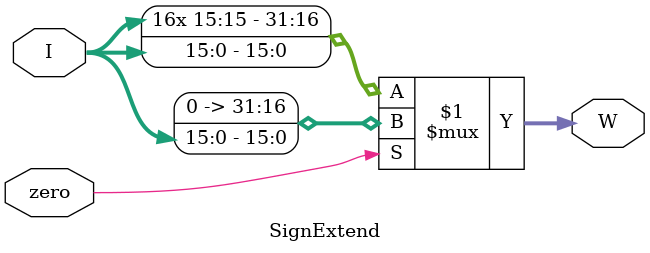
<source format=v>
module SignExtend #(parameter inSize=16, outSize=32)
  (input [inSize-1:0]I,
   input zero,
   output [outSize-1:0]W);
   assign W = (zero) ? {{(outSize-inSize){1'b0}}, I[inSize-1:0]} :
                            {{(outSize-inSize){I[inSize-1]}}, I};
endmodule
</source>
